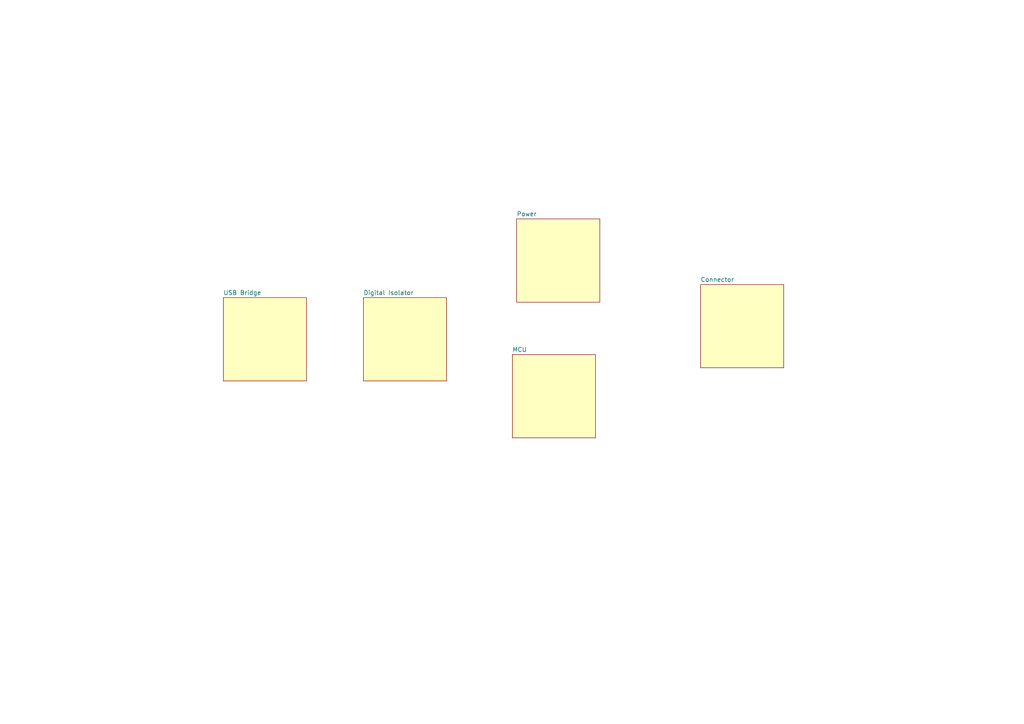
<source format=kicad_sch>
(kicad_sch
	(version 20231120)
	(generator "eeschema")
	(generator_version "8.0")
	(uuid "acca031a-6f31-41bd-bf7c-a4abb4bf7051")
	(paper "A4")
	(lib_symbols)
	(sheet
		(at 148.59 102.87)
		(size 24.13 24.13)
		(fields_autoplaced yes)
		(stroke
			(width 0.1524)
			(type solid)
		)
		(fill
			(color 255 255 194 1.0000)
		)
		(uuid "3010707a-8ee9-452e-8467-400bcdc991dd")
		(property "Sheetname" "MCU"
			(at 148.59 102.1584 0)
			(effects
				(font
					(size 1.27 1.27)
				)
				(justify left bottom)
			)
		)
		(property "Sheetfile" "mcu.kicad_sch"
			(at 148.59 127.5846 0)
			(effects
				(font
					(size 1.27 1.27)
				)
				(justify left top)
				(hide yes)
			)
		)
		(instances
			(project "control_system"
				(path "/acca031a-6f31-41bd-bf7c-a4abb4bf7051"
					(page "5")
				)
			)
		)
	)
	(sheet
		(at 64.77 86.36)
		(size 24.13 24.13)
		(fields_autoplaced yes)
		(stroke
			(width 0.1524)
			(type solid)
		)
		(fill
			(color 255 255 194 1.0000)
		)
		(uuid "b389096f-601d-4fb6-9b0a-9485f91135c9")
		(property "Sheetname" "USB Bridge"
			(at 64.77 85.6484 0)
			(effects
				(font
					(size 1.27 1.27)
				)
				(justify left bottom)
			)
		)
		(property "Sheetfile" "usb_bridge.kicad_sch"
			(at 64.77 111.0746 0)
			(effects
				(font
					(size 1.27 1.27)
				)
				(justify left top)
				(hide yes)
			)
		)
		(instances
			(project "control_system"
				(path "/acca031a-6f31-41bd-bf7c-a4abb4bf7051"
					(page "2")
				)
			)
		)
	)
	(sheet
		(at 105.41 86.36)
		(size 24.13 24.13)
		(fields_autoplaced yes)
		(stroke
			(width 0.1524)
			(type solid)
		)
		(fill
			(color 255 255 194 1.0000)
		)
		(uuid "b85eb9e5-1a7f-47a8-8a95-e5c03447c428")
		(property "Sheetname" "Digital Isolator"
			(at 105.41 85.6484 0)
			(effects
				(font
					(size 1.27 1.27)
				)
				(justify left bottom)
			)
		)
		(property "Sheetfile" "digital_isolator.kicad_sch"
			(at 105.41 111.0746 0)
			(effects
				(font
					(size 1.27 1.27)
				)
				(justify left top)
				(hide yes)
			)
		)
		(instances
			(project "control_system"
				(path "/acca031a-6f31-41bd-bf7c-a4abb4bf7051"
					(page "3")
				)
			)
		)
	)
	(sheet
		(at 149.86 63.5)
		(size 24.13 24.13)
		(fields_autoplaced yes)
		(stroke
			(width 0.1524)
			(type solid)
		)
		(fill
			(color 255 255 194 1.0000)
		)
		(uuid "c43f2e3f-578b-42a9-b824-c6330d141f17")
		(property "Sheetname" "Power"
			(at 149.86 62.7884 0)
			(effects
				(font
					(size 1.27 1.27)
				)
				(justify left bottom)
			)
		)
		(property "Sheetfile" "power.kicad_sch"
			(at 149.86 88.2146 0)
			(effects
				(font
					(size 1.27 1.27)
				)
				(justify left top)
				(hide yes)
			)
		)
		(instances
			(project "control_system"
				(path "/acca031a-6f31-41bd-bf7c-a4abb4bf7051"
					(page "4")
				)
			)
		)
	)
	(sheet
		(at 203.2 82.55)
		(size 24.13 24.13)
		(fields_autoplaced yes)
		(stroke
			(width 0.1524)
			(type solid)
		)
		(fill
			(color 255 255 194 1.0000)
		)
		(uuid "cc0bfb9a-2be7-4e3c-8bb6-3b42908bcaf7")
		(property "Sheetname" "Connector"
			(at 203.2 81.8384 0)
			(effects
				(font
					(size 1.27 1.27)
				)
				(justify left bottom)
			)
		)
		(property "Sheetfile" "connector.kicad_sch"
			(at 203.2 107.2646 0)
			(effects
				(font
					(size 1.27 1.27)
				)
				(justify left top)
				(hide yes)
			)
		)
		(instances
			(project "control_system"
				(path "/acca031a-6f31-41bd-bf7c-a4abb4bf7051"
					(page "6")
				)
			)
		)
	)
	(sheet_instances
		(path "/"
			(page "1")
		)
	)
)

</source>
